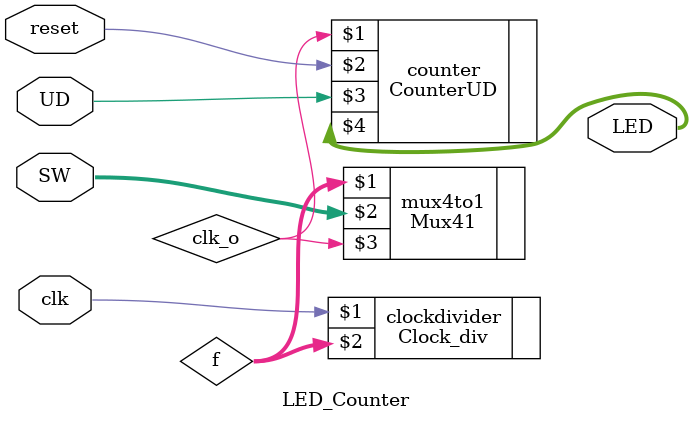
<source format=v>
`timescale 1ns / 1ps
module LED_Counter(
input wire clk, reset,
input wire [1:0] SW,
input wire UD,
output wire [7:0] LED 
 );
// wire declaration
wire [3:0] f;
wire clk_o ;
// module instance
Clock_div clockdivider (clk, f) ;
Mux41 mux4to1 (f,SW,clk_o);
CounterUD counter (clk_o, reset,UD,LED);
endmodule



</source>
